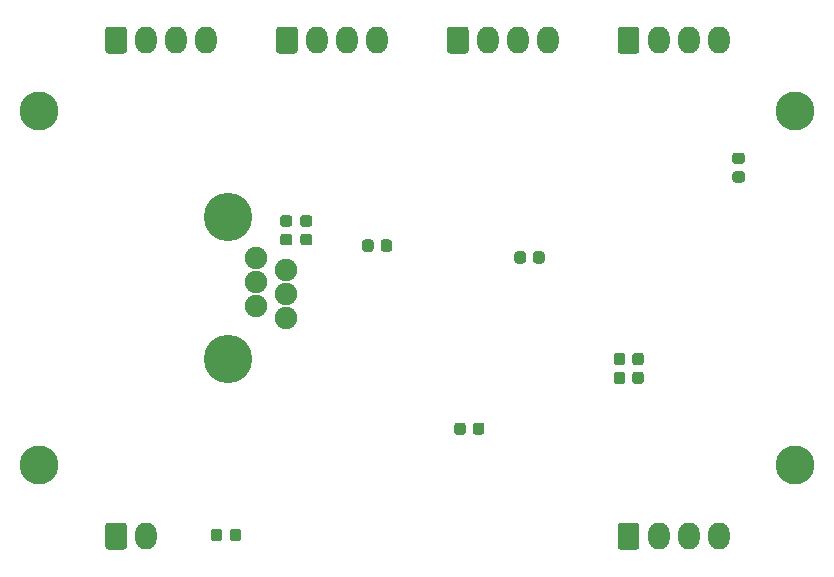
<source format=gbs>
G04 #@! TF.GenerationSoftware,KiCad,Pcbnew,(5.1.6)-1*
G04 #@! TF.CreationDate,2022-06-26T17:52:01+10:00*
G04 #@! TF.ProjectId,sensors,73656e73-6f72-4732-9e6b-696361645f70,rev?*
G04 #@! TF.SameCoordinates,Original*
G04 #@! TF.FileFunction,Soldermask,Bot*
G04 #@! TF.FilePolarity,Negative*
%FSLAX46Y46*%
G04 Gerber Fmt 4.6, Leading zero omitted, Abs format (unit mm)*
G04 Created by KiCad (PCBNEW (5.1.6)-1) date 2022-06-26 17:52:01*
%MOMM*%
%LPD*%
G01*
G04 APERTURE LIST*
%ADD10C,1.900000*%
%ADD11C,4.100000*%
%ADD12O,1.840000X2.290000*%
%ADD13C,3.300000*%
G04 APERTURE END LIST*
D10*
X120740000Y-92600000D03*
X118200000Y-91580000D03*
X120740000Y-90560000D03*
X118200000Y-89540000D03*
X118200000Y-87500000D03*
X120740000Y-88520000D03*
D11*
X115900000Y-96050000D03*
X115900000Y-84050000D03*
D12*
X108940000Y-111050000D03*
G36*
G01*
X105480000Y-111930633D02*
X105480000Y-110169367D01*
G75*
G02*
X105744367Y-109905000I264367J0D01*
G01*
X107055633Y-109905000D01*
G75*
G02*
X107320000Y-110169367I0J-264367D01*
G01*
X107320000Y-111930633D01*
G75*
G02*
X107055633Y-112195000I-264367J0D01*
G01*
X105744367Y-112195000D01*
G75*
G02*
X105480000Y-111930633I0J264367D01*
G01*
G37*
X157400000Y-69050000D03*
X154860000Y-69050000D03*
X152320000Y-69050000D03*
G36*
G01*
X148860000Y-69930633D02*
X148860000Y-68169367D01*
G75*
G02*
X149124367Y-67905000I264367J0D01*
G01*
X150435633Y-67905000D01*
G75*
G02*
X150700000Y-68169367I0J-264367D01*
G01*
X150700000Y-69930633D01*
G75*
G02*
X150435633Y-70195000I-264367J0D01*
G01*
X149124367Y-70195000D01*
G75*
G02*
X148860000Y-69930633I0J264367D01*
G01*
G37*
X142940000Y-69050000D03*
X140400000Y-69050000D03*
X137860000Y-69050000D03*
G36*
G01*
X134400000Y-69930633D02*
X134400000Y-68169367D01*
G75*
G02*
X134664367Y-67905000I264367J0D01*
G01*
X135975633Y-67905000D01*
G75*
G02*
X136240000Y-68169367I0J-264367D01*
G01*
X136240000Y-69930633D01*
G75*
G02*
X135975633Y-70195000I-264367J0D01*
G01*
X134664367Y-70195000D01*
G75*
G02*
X134400000Y-69930633I0J264367D01*
G01*
G37*
X157400000Y-111050000D03*
X154860000Y-111050000D03*
X152320000Y-111050000D03*
G36*
G01*
X148860000Y-111930633D02*
X148860000Y-110169367D01*
G75*
G02*
X149124367Y-109905000I264367J0D01*
G01*
X150435633Y-109905000D01*
G75*
G02*
X150700000Y-110169367I0J-264367D01*
G01*
X150700000Y-111930633D01*
G75*
G02*
X150435633Y-112195000I-264367J0D01*
G01*
X149124367Y-112195000D01*
G75*
G02*
X148860000Y-111930633I0J264367D01*
G01*
G37*
X114020000Y-69050000D03*
X111480000Y-69050000D03*
X108940000Y-69050000D03*
G36*
G01*
X105480000Y-69930633D02*
X105480000Y-68169367D01*
G75*
G02*
X105744367Y-67905000I264367J0D01*
G01*
X107055633Y-67905000D01*
G75*
G02*
X107320000Y-68169367I0J-264367D01*
G01*
X107320000Y-69930633D01*
G75*
G02*
X107055633Y-70195000I-264367J0D01*
G01*
X105744367Y-70195000D01*
G75*
G02*
X105480000Y-69930633I0J264367D01*
G01*
G37*
X128480000Y-69050000D03*
X125940000Y-69050000D03*
X123400000Y-69050000D03*
G36*
G01*
X119940000Y-69930633D02*
X119940000Y-68169367D01*
G75*
G02*
X120204367Y-67905000I264367J0D01*
G01*
X121515633Y-67905000D01*
G75*
G02*
X121780000Y-68169367I0J-264367D01*
G01*
X121780000Y-69930633D01*
G75*
G02*
X121515633Y-70195000I-264367J0D01*
G01*
X120204367Y-70195000D01*
G75*
G02*
X119940000Y-69930633I0J264367D01*
G01*
G37*
G36*
G01*
X159381250Y-79550000D02*
X158818750Y-79550000D01*
G75*
G02*
X158575000Y-79306250I0J243750D01*
G01*
X158575000Y-78818750D01*
G75*
G02*
X158818750Y-78575000I243750J0D01*
G01*
X159381250Y-78575000D01*
G75*
G02*
X159625000Y-78818750I0J-243750D01*
G01*
X159625000Y-79306250D01*
G75*
G02*
X159381250Y-79550000I-243750J0D01*
G01*
G37*
G36*
G01*
X159381250Y-81125000D02*
X158818750Y-81125000D01*
G75*
G02*
X158575000Y-80881250I0J243750D01*
G01*
X158575000Y-80393750D01*
G75*
G02*
X158818750Y-80150000I243750J0D01*
G01*
X159381250Y-80150000D01*
G75*
G02*
X159625000Y-80393750I0J-243750D01*
G01*
X159625000Y-80881250D01*
G75*
G02*
X159381250Y-81125000I-243750J0D01*
G01*
G37*
G36*
G01*
X136000000Y-101668750D02*
X136000000Y-102231250D01*
G75*
G02*
X135756250Y-102475000I-243750J0D01*
G01*
X135268750Y-102475000D01*
G75*
G02*
X135025000Y-102231250I0J243750D01*
G01*
X135025000Y-101668750D01*
G75*
G02*
X135268750Y-101425000I243750J0D01*
G01*
X135756250Y-101425000D01*
G75*
G02*
X136000000Y-101668750I0J-243750D01*
G01*
G37*
G36*
G01*
X137575000Y-101668750D02*
X137575000Y-102231250D01*
G75*
G02*
X137331250Y-102475000I-243750J0D01*
G01*
X136843750Y-102475000D01*
G75*
G02*
X136600000Y-102231250I0J243750D01*
G01*
X136600000Y-101668750D01*
G75*
G02*
X136843750Y-101425000I243750J0D01*
G01*
X137331250Y-101425000D01*
G75*
G02*
X137575000Y-101668750I0J-243750D01*
G01*
G37*
G36*
G01*
X115400000Y-110668750D02*
X115400000Y-111231250D01*
G75*
G02*
X115156250Y-111475000I-243750J0D01*
G01*
X114668750Y-111475000D01*
G75*
G02*
X114425000Y-111231250I0J243750D01*
G01*
X114425000Y-110668750D01*
G75*
G02*
X114668750Y-110425000I243750J0D01*
G01*
X115156250Y-110425000D01*
G75*
G02*
X115400000Y-110668750I0J-243750D01*
G01*
G37*
G36*
G01*
X116975000Y-110668750D02*
X116975000Y-111231250D01*
G75*
G02*
X116731250Y-111475000I-243750J0D01*
G01*
X116243750Y-111475000D01*
G75*
G02*
X116000000Y-111231250I0J243750D01*
G01*
X116000000Y-110668750D01*
G75*
G02*
X116243750Y-110425000I243750J0D01*
G01*
X116731250Y-110425000D01*
G75*
G02*
X116975000Y-110668750I0J-243750D01*
G01*
G37*
G36*
G01*
X141100000Y-87168750D02*
X141100000Y-87731250D01*
G75*
G02*
X140856250Y-87975000I-243750J0D01*
G01*
X140368750Y-87975000D01*
G75*
G02*
X140125000Y-87731250I0J243750D01*
G01*
X140125000Y-87168750D01*
G75*
G02*
X140368750Y-86925000I243750J0D01*
G01*
X140856250Y-86925000D01*
G75*
G02*
X141100000Y-87168750I0J-243750D01*
G01*
G37*
G36*
G01*
X142675000Y-87168750D02*
X142675000Y-87731250D01*
G75*
G02*
X142431250Y-87975000I-243750J0D01*
G01*
X141943750Y-87975000D01*
G75*
G02*
X141700000Y-87731250I0J243750D01*
G01*
X141700000Y-87168750D01*
G75*
G02*
X141943750Y-86925000I243750J0D01*
G01*
X142431250Y-86925000D01*
G75*
G02*
X142675000Y-87168750I0J-243750D01*
G01*
G37*
G36*
G01*
X149500000Y-95768750D02*
X149500000Y-96331250D01*
G75*
G02*
X149256250Y-96575000I-243750J0D01*
G01*
X148768750Y-96575000D01*
G75*
G02*
X148525000Y-96331250I0J243750D01*
G01*
X148525000Y-95768750D01*
G75*
G02*
X148768750Y-95525000I243750J0D01*
G01*
X149256250Y-95525000D01*
G75*
G02*
X149500000Y-95768750I0J-243750D01*
G01*
G37*
G36*
G01*
X151075000Y-95768750D02*
X151075000Y-96331250D01*
G75*
G02*
X150831250Y-96575000I-243750J0D01*
G01*
X150343750Y-96575000D01*
G75*
G02*
X150100000Y-96331250I0J243750D01*
G01*
X150100000Y-95768750D01*
G75*
G02*
X150343750Y-95525000I243750J0D01*
G01*
X150831250Y-95525000D01*
G75*
G02*
X151075000Y-95768750I0J-243750D01*
G01*
G37*
G36*
G01*
X149500000Y-97368750D02*
X149500000Y-97931250D01*
G75*
G02*
X149256250Y-98175000I-243750J0D01*
G01*
X148768750Y-98175000D01*
G75*
G02*
X148525000Y-97931250I0J243750D01*
G01*
X148525000Y-97368750D01*
G75*
G02*
X148768750Y-97125000I243750J0D01*
G01*
X149256250Y-97125000D01*
G75*
G02*
X149500000Y-97368750I0J-243750D01*
G01*
G37*
G36*
G01*
X151075000Y-97368750D02*
X151075000Y-97931250D01*
G75*
G02*
X150831250Y-98175000I-243750J0D01*
G01*
X150343750Y-98175000D01*
G75*
G02*
X150100000Y-97931250I0J243750D01*
G01*
X150100000Y-97368750D01*
G75*
G02*
X150343750Y-97125000I243750J0D01*
G01*
X150831250Y-97125000D01*
G75*
G02*
X151075000Y-97368750I0J-243750D01*
G01*
G37*
G36*
G01*
X128200000Y-86168750D02*
X128200000Y-86731250D01*
G75*
G02*
X127956250Y-86975000I-243750J0D01*
G01*
X127468750Y-86975000D01*
G75*
G02*
X127225000Y-86731250I0J243750D01*
G01*
X127225000Y-86168750D01*
G75*
G02*
X127468750Y-85925000I243750J0D01*
G01*
X127956250Y-85925000D01*
G75*
G02*
X128200000Y-86168750I0J-243750D01*
G01*
G37*
G36*
G01*
X129775000Y-86168750D02*
X129775000Y-86731250D01*
G75*
G02*
X129531250Y-86975000I-243750J0D01*
G01*
X129043750Y-86975000D01*
G75*
G02*
X128800000Y-86731250I0J243750D01*
G01*
X128800000Y-86168750D01*
G75*
G02*
X129043750Y-85925000I243750J0D01*
G01*
X129531250Y-85925000D01*
G75*
G02*
X129775000Y-86168750I0J-243750D01*
G01*
G37*
G36*
G01*
X122781250Y-84850000D02*
X122218750Y-84850000D01*
G75*
G02*
X121975000Y-84606250I0J243750D01*
G01*
X121975000Y-84118750D01*
G75*
G02*
X122218750Y-83875000I243750J0D01*
G01*
X122781250Y-83875000D01*
G75*
G02*
X123025000Y-84118750I0J-243750D01*
G01*
X123025000Y-84606250D01*
G75*
G02*
X122781250Y-84850000I-243750J0D01*
G01*
G37*
G36*
G01*
X122781250Y-86425000D02*
X122218750Y-86425000D01*
G75*
G02*
X121975000Y-86181250I0J243750D01*
G01*
X121975000Y-85693750D01*
G75*
G02*
X122218750Y-85450000I243750J0D01*
G01*
X122781250Y-85450000D01*
G75*
G02*
X123025000Y-85693750I0J-243750D01*
G01*
X123025000Y-86181250D01*
G75*
G02*
X122781250Y-86425000I-243750J0D01*
G01*
G37*
G36*
G01*
X121081250Y-84850000D02*
X120518750Y-84850000D01*
G75*
G02*
X120275000Y-84606250I0J243750D01*
G01*
X120275000Y-84118750D01*
G75*
G02*
X120518750Y-83875000I243750J0D01*
G01*
X121081250Y-83875000D01*
G75*
G02*
X121325000Y-84118750I0J-243750D01*
G01*
X121325000Y-84606250D01*
G75*
G02*
X121081250Y-84850000I-243750J0D01*
G01*
G37*
G36*
G01*
X121081250Y-86425000D02*
X120518750Y-86425000D01*
G75*
G02*
X120275000Y-86181250I0J243750D01*
G01*
X120275000Y-85693750D01*
G75*
G02*
X120518750Y-85450000I243750J0D01*
G01*
X121081250Y-85450000D01*
G75*
G02*
X121325000Y-85693750I0J-243750D01*
G01*
X121325000Y-86181250D01*
G75*
G02*
X121081250Y-86425000I-243750J0D01*
G01*
G37*
D13*
X99900000Y-105050000D03*
X163900000Y-105050000D03*
X163900000Y-75050000D03*
X99900000Y-75050000D03*
M02*

</source>
